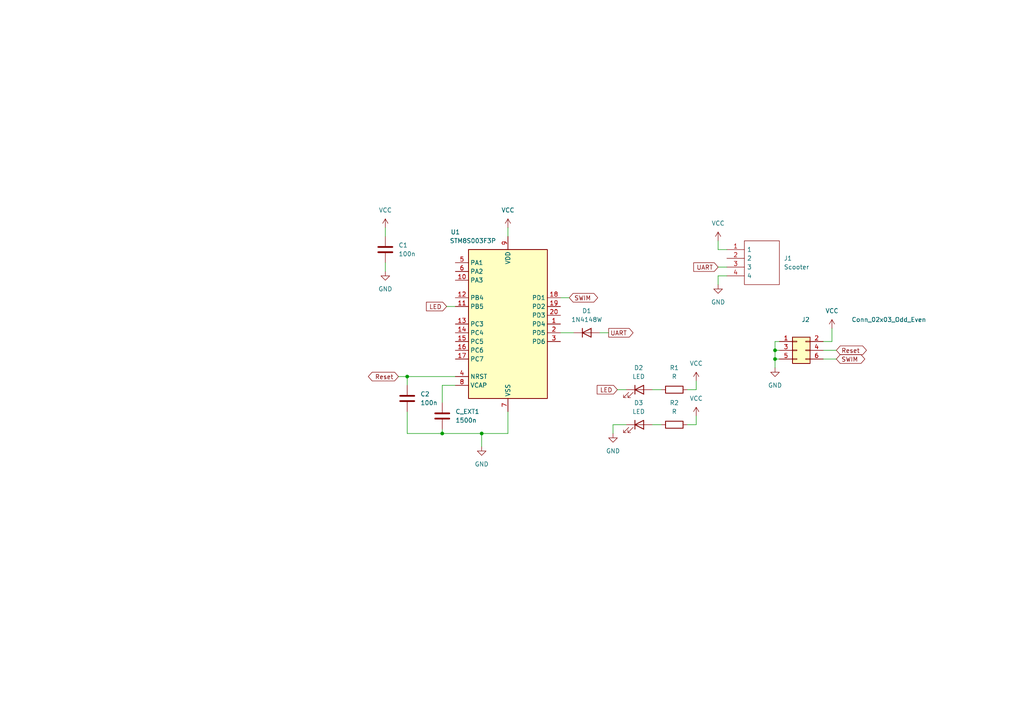
<source format=kicad_sch>
(kicad_sch (version 20210621) (generator eeschema)
  (paper "A4")
  (lib_symbols
    (symbol "836-22-004-004-10-001101-Pogo_pin:836-22-004-10-001101" (pin_names (offset 0.762))
      (property "Reference" "J" (at 16.51 7.62 0))
      (property "Value" "836-22-004-10-001101" (at 16.51 5.08 0))
      (symbol "836-22-004-10-001101_0_0"
        (pin passive line (at 0 0 0) (length 5.08) (name "1") (number "1"))
        (pin passive line (at 0 -2.54 0) (length 5.08) (name "2") (number "2"))
        (pin passive line (at 0 -5.08 0) (length 5.08) (name "3") (number "3"))
        (pin passive line (at 0 -7.62 0) (length 5.08) (name "4") (number "4"))
      )
      (symbol "836-22-004-10-001101_0_1"
        (polyline (pts (xy 5.08 2.54) (xy 15.24 2.54) (xy 15.24 -10.16) (xy 5.08 -10.16) (xy 5.08 2.54)) (stroke (width 0.1524)))
      )
    )
    (symbol "Connector_Generic:Conn_02x03_Odd_Even" (pin_names (offset 1.016) hide)
      (property "Reference" "J" (at 1.27 5.08 0))
      (property "Value" "Conn_02x03_Odd_Even" (at 1.27 -5.08 0))
      (symbol "Conn_02x03_Odd_Even_1_1"
        (rectangle (start -1.27 -2.413) (end 0 -2.667) (stroke (width 0.1524)))
        (rectangle (start -1.27 0.127) (end 0 -0.127) (stroke (width 0.1524)))
        (rectangle (start -1.27 2.667) (end 0 2.413) (stroke (width 0.1524)))
        (rectangle (start 3.81 -2.413) (end 2.54 -2.667) (stroke (width 0.1524)))
        (rectangle (start 3.81 0.127) (end 2.54 -0.127) (stroke (width 0.1524)))
        (rectangle (start 3.81 2.667) (end 2.54 2.413) (stroke (width 0.1524)))
        (rectangle (start -1.27 3.81) (end 3.81 -3.81) (stroke (width 0.254)) (fill (type background)))
        (pin passive line (at -5.08 2.54 0) (length 3.81) (name "Pin_1") (number "1"))
        (pin passive line (at 7.62 2.54 180) (length 3.81) (name "Pin_2") (number "2"))
        (pin passive line (at -5.08 0 0) (length 3.81) (name "Pin_3") (number "3"))
        (pin passive line (at 7.62 0 180) (length 3.81) (name "Pin_4") (number "4"))
        (pin passive line (at -5.08 -2.54 0) (length 3.81) (name "Pin_5") (number "5"))
        (pin passive line (at 7.62 -2.54 180) (length 3.81) (name "Pin_6") (number "6"))
      )
    )
    (symbol "Device:C" (pin_numbers hide) (pin_names (offset 0.254))
      (property "Reference" "C" (at 0.635 2.54 0))
      (property "Value" "C" (at 0.635 -2.54 0))
      (symbol "C_0_1"
        (polyline (pts (xy -2.032 -0.762) (xy 2.032 -0.762)) (stroke (width 0.508)))
        (polyline (pts (xy -2.032 0.762) (xy 2.032 0.762)) (stroke (width 0.508)))
      )
      (symbol "C_1_1"
        (pin passive line (at 0 3.81 270) (length 2.794) (name "~") (number "1"))
        (pin passive line (at 0 -3.81 90) (length 2.794) (name "~") (number "2"))
      )
    )
    (symbol "Device:LED" (pin_numbers hide) (pin_names (offset 1.016) hide)
      (property "Reference" "D" (at 0 2.54 0))
      (property "Value" "LED" (at 0 -2.54 0))
      (symbol "LED_0_1"
        (polyline (pts (xy -1.27 -1.27) (xy -1.27 1.27)) (stroke (width 0.254)))
        (polyline (pts (xy -1.27 0) (xy 1.27 0)))
        (polyline (pts (xy 1.27 -1.27) (xy 1.27 1.27) (xy -1.27 0) (xy 1.27 -1.27)) (stroke (width 0.254)))
        (polyline (pts (xy -3.048 -0.762) (xy -4.572 -2.286) (xy -3.81 -2.286) (xy -4.572 -2.286) (xy -4.572 -1.524)))
        (polyline (pts (xy -1.778 -0.762) (xy -3.302 -2.286) (xy -2.54 -2.286) (xy -3.302 -2.286) (xy -3.302 -1.524)))
      )
      (symbol "LED_1_1"
        (pin passive line (at -3.81 0 0) (length 2.54) (name "K") (number "1"))
        (pin passive line (at 3.81 0 180) (length 2.54) (name "A") (number "2"))
      )
    )
    (symbol "Device:R" (pin_numbers hide) (pin_names (offset 0))
      (property "Reference" "R" (at 2.032 0 90))
      (property "Value" "R" (at 0 0 90))
      (symbol "R_0_1"
        (rectangle (start -1.016 -2.54) (end 1.016 2.54) (stroke (width 0.254)))
      )
      (symbol "R_1_1"
        (pin passive line (at 0 3.81 270) (length 1.27) (name "~") (number "1"))
        (pin passive line (at 0 -3.81 90) (length 1.27) (name "~") (number "2"))
      )
    )
    (symbol "Diode:1N4148W" (pin_numbers hide) (pin_names (offset 1.016) hide)
      (property "Reference" "D" (at 0 2.54 0))
      (property "Value" "1N4148W" (at 0 -2.54 0))
      (symbol "1N4148W_0_1"
        (polyline (pts (xy -1.27 1.27) (xy -1.27 -1.27)) (stroke (width 0.254)))
        (polyline (pts (xy 1.27 0) (xy -1.27 0)))
        (polyline (pts (xy 1.27 1.27) (xy 1.27 -1.27) (xy -1.27 0) (xy 1.27 1.27)) (stroke (width 0.254)))
      )
      (symbol "1N4148W_1_1"
        (pin passive line (at -3.81 0 0) (length 2.54) (name "K") (number "1"))
        (pin passive line (at 3.81 0 180) (length 2.54) (name "A") (number "2"))
      )
    )
    (symbol "MCU_ST_STM8:STM8S003F3P"
      (property "Reference" "U" (at 1.27 25.4 0))
      (property "Value" "STM8S003F3P" (at 1.27 22.86 0))
      (symbol "STM8S003F3P_0_1"
        (rectangle (start -11.43 21.59) (end 11.43 -21.59) (stroke (width 0.254)) (fill (type background)))
      )
      (symbol "STM8S003F3P_1_1"
        (pin bidirectional line (at 15.24 0 180) (length 3.81) (name "PD4") (number "1"))
        (pin bidirectional line (at -15.24 12.7 0) (length 3.81) (name "PA3") (number "10"))
        (pin bidirectional line (at -15.24 5.08 0) (length 3.81) (name "PB5") (number "11"))
        (pin bidirectional line (at -15.24 7.62 0) (length 3.81) (name "PB4") (number "12"))
        (pin bidirectional line (at -15.24 0 0) (length 3.81) (name "PC3") (number "13"))
        (pin bidirectional line (at -15.24 -2.54 0) (length 3.81) (name "PC4") (number "14"))
        (pin bidirectional line (at -15.24 -5.08 0) (length 3.81) (name "PC5") (number "15"))
        (pin bidirectional line (at -15.24 -7.62 0) (length 3.81) (name "PC6") (number "16"))
        (pin bidirectional line (at -15.24 -10.16 0) (length 3.81) (name "PC7") (number "17"))
        (pin bidirectional line (at 15.24 7.62 180) (length 3.81) (name "PD1") (number "18"))
        (pin bidirectional line (at 15.24 5.08 180) (length 3.81) (name "PD2") (number "19"))
        (pin bidirectional line (at 15.24 -2.54 180) (length 3.81) (name "PD5") (number "2"))
        (pin bidirectional line (at 15.24 2.54 180) (length 3.81) (name "PD3") (number "20"))
        (pin bidirectional line (at 15.24 -5.08 180) (length 3.81) (name "PD6") (number "3"))
        (pin input line (at -15.24 -15.24 0) (length 3.81) (name "NRST") (number "4"))
        (pin bidirectional line (at -15.24 17.78 0) (length 3.81) (name "PA1") (number "5"))
        (pin bidirectional line (at -15.24 15.24 0) (length 3.81) (name "PA2") (number "6"))
        (pin power_in line (at 0 -25.4 90) (length 3.81) (name "VSS") (number "7"))
        (pin passive line (at -15.24 -17.78 0) (length 3.81) (name "VCAP") (number "8"))
        (pin power_in line (at 0 25.4 270) (length 3.81) (name "VDD") (number "9"))
      )
    )
    (symbol "power:GND" (power) (pin_names (offset 0))
      (property "Value" "GND" (at 0 -3.81 0))
      (symbol "GND_0_1"
        (polyline (pts (xy 0 0) (xy 0 -1.27) (xy 1.27 -1.27) (xy 0 -2.54) (xy -1.27 -1.27) (xy 0 -1.27)))
      )
      (symbol "GND_1_1"
        (pin power_in line (at 0 0 270) (length 0) hide (name "GND") (number "1"))
      )
    )
    (symbol "power:VCC" (power) (pin_names (offset 0))
      (property "Value" "VCC" (at 0 3.81 0))
      (symbol "VCC_0_1"
        (polyline (pts (xy -0.762 1.27) (xy 0 2.54)))
        (polyline (pts (xy 0 0) (xy 0 2.54)))
        (polyline (pts (xy 0 2.54) (xy 0.762 1.27)))
      )
      (symbol "VCC_1_1"
        (pin power_in line (at 0 0 90) (length 0) hide (name "VCC") (number "1"))
      )
    )
  )
  (junction (at 118.11 109.22))
  (junction (at 128.27 125.73))
  (junction (at 139.7 125.73))
  (junction (at 224.79 101.6))
  (junction (at 224.79 104.14))
  (wire (pts (xy 111.76 66.04) (xy 111.76 68.58)))
  (wire (pts (xy 111.76 76.2) (xy 111.76 78.74)))
  (wire (pts (xy 115.57 109.22) (xy 118.11 109.22)))
  (wire (pts (xy 118.11 109.22) (xy 118.11 111.76)))
  (wire (pts (xy 118.11 109.22) (xy 132.08 109.22)))
  (wire (pts (xy 118.11 119.38) (xy 118.11 125.73)))
  (wire (pts (xy 118.11 125.73) (xy 128.27 125.73)))
  (wire (pts (xy 128.27 111.76) (xy 132.08 111.76)))
  (wire (pts (xy 128.27 116.84) (xy 128.27 111.76)))
  (wire (pts (xy 128.27 124.46) (xy 128.27 125.73)))
  (wire (pts (xy 128.27 125.73) (xy 139.7 125.73)))
  (wire (pts (xy 129.54 88.9) (xy 132.08 88.9)))
  (wire (pts (xy 139.7 125.73) (xy 139.7 129.54)))
  (wire (pts (xy 147.32 66.04) (xy 147.32 68.58)))
  (wire (pts (xy 147.32 119.38) (xy 147.32 125.73)))
  (wire (pts (xy 147.32 125.73) (xy 139.7 125.73)))
  (wire (pts (xy 162.56 86.36) (xy 165.1 86.36)))
  (wire (pts (xy 162.56 96.52) (xy 166.37 96.52)))
  (wire (pts (xy 173.99 96.52) (xy 176.53 96.52)))
  (wire (pts (xy 177.8 123.19) (xy 181.61 123.19)))
  (wire (pts (xy 177.8 125.73) (xy 177.8 123.19)))
  (wire (pts (xy 179.07 113.03) (xy 181.61 113.03)))
  (wire (pts (xy 189.23 113.03) (xy 191.77 113.03)))
  (wire (pts (xy 189.23 123.19) (xy 191.77 123.19)))
  (wire (pts (xy 199.39 113.03) (xy 201.93 113.03)))
  (wire (pts (xy 199.39 123.19) (xy 201.93 123.19)))
  (wire (pts (xy 201.93 113.03) (xy 201.93 110.49)))
  (wire (pts (xy 201.93 123.19) (xy 201.93 120.65)))
  (wire (pts (xy 208.28 69.85) (xy 208.28 72.39)))
  (wire (pts (xy 208.28 72.39) (xy 210.82 72.39)))
  (wire (pts (xy 208.28 77.47) (xy 210.82 77.47)))
  (wire (pts (xy 208.28 80.01) (xy 210.82 80.01)))
  (wire (pts (xy 208.28 82.55) (xy 208.28 80.01)))
  (wire (pts (xy 224.79 99.06) (xy 224.79 101.6)))
  (wire (pts (xy 224.79 101.6) (xy 224.79 104.14)))
  (wire (pts (xy 224.79 104.14) (xy 224.79 106.68)))
  (wire (pts (xy 226.06 99.06) (xy 224.79 99.06)))
  (wire (pts (xy 226.06 101.6) (xy 224.79 101.6)))
  (wire (pts (xy 226.06 104.14) (xy 224.79 104.14)))
  (wire (pts (xy 238.76 99.06) (xy 241.3 99.06)))
  (wire (pts (xy 238.76 101.6) (xy 242.57 101.6)))
  (wire (pts (xy 238.76 104.14) (xy 242.57 104.14)))
  (wire (pts (xy 241.3 99.06) (xy 241.3 95.25)))
  (global_label "Reset" (shape bidirectional) (at 115.57 109.22 180) (property "Intersheet References" "${INTERSHEET_REFS}" (effects hide)))
  (global_label "LED" (shape input) (at 129.54 88.9 180) (property "Intersheet References" "${INTERSHEET_REFS}" (effects hide)))
  (global_label "SWIM" (shape bidirectional) (at 165.1 86.36 0) (property "Intersheet References" "${INTERSHEET_REFS}" (effects hide)))
  (global_label "UART" (shape output) (at 176.53 96.52 0) (property "Intersheet References" "${INTERSHEET_REFS}" (effects hide)))
  (global_label "LED" (shape input) (at 179.07 113.03 180) (property "Intersheet References" "${INTERSHEET_REFS}" (effects hide)))
  (global_label "UART" (shape input) (at 208.28 77.47 180) (property "Intersheet References" "${INTERSHEET_REFS}" (effects hide)))
  (global_label "Reset" (shape bidirectional) (at 242.57 101.6 0) (property "Intersheet References" "${INTERSHEET_REFS}" (effects hide)))
  (global_label "SWIM" (shape bidirectional) (at 242.57 104.14 0) (property "Intersheet References" "${INTERSHEET_REFS}" (effects hide)))
  (symbol (lib_id "power:VCC") (at 111.76 66.04 0) (unit 1)
    (property "Reference" "#PWR0109" (effects hide))
    (property "Value" "VCC" (at 111.76 60.96 0))
  )
  (symbol (lib_id "power:VCC") (at 147.32 66.04 0) (unit 1)
    (property "Reference" "#PWR0108" (effects hide))
    (property "Value" "VCC" (at 147.32 60.96 0))
  )
  (symbol (lib_id "power:VCC") (at 201.93 110.49 0) (unit 1)
    (property "Reference" "#PWR0103" (effects hide))
    (property "Value" "VCC" (at 201.93 105.41 0))
  )
  (symbol (lib_id "power:VCC") (at 201.93 120.65 0) (unit 1)
    (property "Reference" "#PWR0102" (effects hide))
    (property "Value" "VCC" (at 201.93 115.57 0))
  )
  (symbol (lib_id "power:VCC") (at 208.28 69.85 0) (unit 1)
    (property "Reference" "#PWR0101" (effects hide))
    (property "Value" "VCC" (at 208.28 64.77 0))
  )
  (symbol (lib_id "power:VCC") (at 241.3 95.25 0) (unit 1)
    (property "Reference" "#PWR0105" (effects hide))
    (property "Value" "VCC" (at 241.3 90.17 0))
  )
  (symbol (lib_id "power:GND") (at 111.76 78.74 0) (unit 1)
    (property "Reference" "#PWR0110" (effects hide))
    (property "Value" "GND" (at 111.76 83.82 0))
  )
  (symbol (lib_id "power:GND") (at 139.7 129.54 0) (unit 1)
    (property "Reference" "#PWR0107" (effects hide))
    (property "Value" "GND" (at 139.7 134.62 0))
  )
  (symbol (lib_id "power:GND") (at 177.8 125.73 0) (unit 1)
    (property "Reference" "#PWR0111" (effects hide))
    (property "Value" "GND" (at 177.8 130.81 0))
  )
  (symbol (lib_id "power:GND") (at 208.28 82.55 0) (unit 1)
    (property "Reference" "#PWR0104" (effects hide))
    (property "Value" "GND" (at 208.28 87.63 0))
  )
  (symbol (lib_id "power:GND") (at 224.79 106.68 0) (unit 1)
    (property "Reference" "#PWR0112" (effects hide))
    (property "Value" "GND" (at 224.79 111.76 0))
  )
  (symbol (lib_id "Device:R") (at 195.58 113.03 90) (unit 1)
    (property "Reference" "R1" (at 195.58 106.68 90))
    (property "Value" "R" (at 195.58 109.22 90))
    (property "Footprint" "Resistor_SMD:R_0402_1005Metric_Pad0.72x0.64mm_HandSolder" (effects hide))
  )
  (symbol (lib_id "Device:R") (at 195.58 123.19 90) (unit 1)
    (property "Reference" "R2" (at 195.58 116.84 90))
    (property "Value" "R" (at 195.58 119.38 90))
    (property "Footprint" "Resistor_SMD:R_0402_1005Metric_Pad0.72x0.64mm_HandSolder" (effects hide))
  )
  (symbol (lib_id "Diode:1N4148W") (at 170.18 96.52 0) (unit 1)
    (property "Reference" "D1" (at 170.18 90.17 0))
    (property "Value" "1N4148W" (at 170.18 92.71 0))
    (property "Footprint" "Diode_SMD:D_SOD-123" (effects hide))
    (property "Datasheet" "https://www.vishay.com/docs/85748/1n4148w.pdf" (effects hide))
  )
  (symbol (lib_id "Device:LED") (at 185.42 113.03 0) (unit 1)
    (property "Reference" "D2" (at 185.2295 106.68 0))
    (property "Value" "LED" (at 185.2295 109.22 0))
    (property "Footprint" "LED_SMD:LED_0402_1005Metric_Pad0.77x0.64mm_HandSolder" (effects hide))
  )
  (symbol (lib_id "Device:LED") (at 185.42 123.19 0) (unit 1)
    (property "Reference" "D3" (at 185.2295 116.84 0))
    (property "Value" "LED" (at 185.2295 119.38 0))
    (property "Footprint" "LED_SMD:LED_0402_1005Metric_Pad0.77x0.64mm_HandSolder" (effects hide))
  )
  (symbol (lib_id "Device:C") (at 111.76 72.39 0) (unit 1)
    (property "Reference" "C1" (at 115.57 71.1199 0) (effects (justify left)))
    (property "Value" "100n" (at 115.57 73.6599 0) (effects (justify left)))
    (property "Footprint" "Capacitor_SMD:C_0402_1005Metric_Pad0.74x0.62mm_HandSolder" (effects hide))
  )
  (symbol (lib_id "Device:C") (at 118.11 115.57 0) (unit 1)
    (property "Reference" "C2" (at 121.92 114.2999 0) (effects (justify left)))
    (property "Value" "100n" (at 121.92 116.8399 0) (effects (justify left)))
    (property "Footprint" "Capacitor_SMD:C_0402_1005Metric_Pad0.74x0.62mm_HandSolder" (effects hide))
  )
  (symbol (lib_id "Device:C") (at 128.27 120.65 0) (unit 1)
    (property "Reference" "C_EXT1" (at 132.08 119.3799 0) (effects (justify left)))
    (property "Value" "1500n" (at 132.08 121.9199 0) (effects (justify left)))
    (property "Footprint" "Capacitor_SMD:C_0402_1005Metric_Pad0.74x0.62mm_HandSolder" (effects hide))
  )
  (symbol (lib_id "Connector_Generic:Conn_02x03_Odd_Even") (at 231.14 101.6 0) (unit 1)
    (property "Reference" "J2" (at 233.68 92.71 0))
    (property "Value" "Conn_02x03_Odd_Even" (at 257.81 92.71 0))
    (property "Footprint" "Connectors:Tag-Connect_TC2030-IDC-NL_2x03_P1.27mm_Vertical" (effects hide))
  )
  (symbol (lib_id "836-22-004-004-10-001101-Pogo_pin:836-22-004-10-001101") (at 210.82 72.39 0) (unit 1)
    (property "Reference" "J1" (at 227.33 74.9299 0) (effects (justify left)))
    (property "Value" "Scooter" (at 227.33 77.4699 0) (effects (justify left)))
    (property "Footprint" "HDRV4W56P0X200_1X4_800X200X749P" (effects hide))
    (property "Datasheet" "https://www.mill-max.com/products/datasheet/sockets/836-22-004-10-001101" (effects hide))
    (property "Description" "Headers & Wire Housings 2mm Pitch, Sngl Row Thru-Hole SLC" (effects hide))
    (property "Height" "7.49" (effects hide))
    (property "Mouser Part Number" "575-8362200410001101" (effects hide))
    (property "Mouser Price/Stock" "https://www.mouser.co.uk/ProductDetail/Mill-Max/836-22-004-10-001101?qs=rcV84j27mGtfi6PKFssvPA%3D%3D" (effects hide))
    (property "Manufacturer_Name" "Mill-Max" (effects hide))
    (property "Manufacturer_Part_Number" "836-22-004-10-001101" (effects hide))
  )
  (symbol (lib_id "MCU_ST_STM8:STM8S003F3P") (at 147.32 93.98 0) (unit 1)
    (property "Reference" "U1" (at 132.08 67.31 0))
    (property "Value" "STM8S003F3P" (at 137.16 69.85 0))
    (property "Footprint" "Package_SO:TSSOP-20_4.4x6.5mm_P0.65mm" (effects hide))
    (property "Datasheet" "http://www.st.com/st-web-ui/static/active/en/resource/technical/document/datasheet/DM00024550.pdf" (effects hide))
  )
)
</source>
